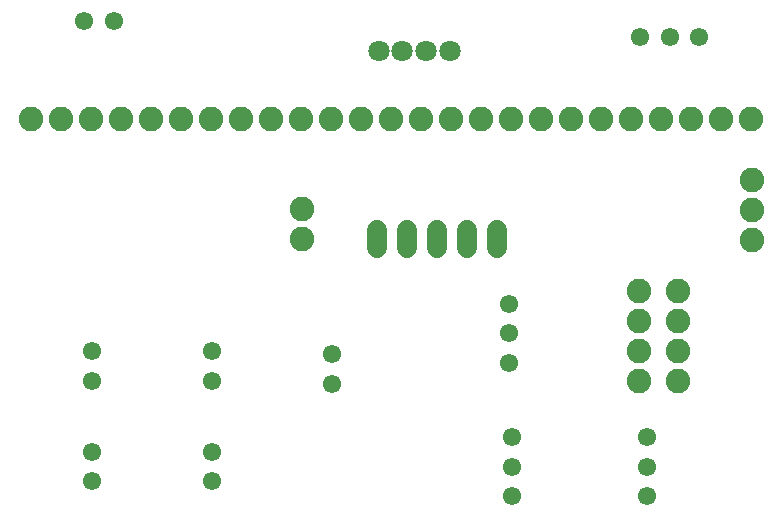
<source format=gbr>
G04 EAGLE Gerber RS-274X export*
G75*
%MOMM*%
%FSLAX34Y34*%
%LPD*%
%INSoldermask Bottom*%
%IPPOS*%
%AMOC8*
5,1,8,0,0,1.08239X$1,22.5*%
G01*
G04 Define Apertures*
%ADD10C,1.727200*%
%ADD11C,1.803200*%
%ADD12C,2.082800*%
%ADD13C,1.551200*%
D10*
X317500Y246380D02*
X317500Y261620D01*
X342900Y261620D02*
X342900Y246380D01*
X368300Y246380D02*
X368300Y261620D01*
X393700Y261620D02*
X393700Y246380D01*
X419100Y246380D02*
X419100Y261620D01*
D11*
X319250Y412750D03*
X339250Y412750D03*
X359250Y412750D03*
X379250Y412750D03*
D12*
X539750Y158750D03*
X539750Y133350D03*
X572770Y158750D03*
X572770Y133350D03*
X24692Y355600D03*
X50092Y355600D03*
X75492Y355600D03*
X100892Y355600D03*
X126292Y355600D03*
X151692Y355600D03*
X177092Y355600D03*
X202492Y355600D03*
X227892Y355600D03*
X253292Y355600D03*
X278692Y355600D03*
X304092Y355600D03*
X329492Y355600D03*
X354892Y355600D03*
X380292Y355600D03*
X405692Y355600D03*
X431092Y355600D03*
X456492Y355600D03*
X481892Y355600D03*
X507292Y355600D03*
X532692Y355600D03*
X558092Y355600D03*
X583492Y355600D03*
X608892Y355600D03*
X634292Y355600D03*
X635000Y252730D03*
X635000Y278130D03*
X635000Y303530D03*
X539750Y209550D03*
X539750Y184150D03*
X572770Y209550D03*
X572770Y184150D03*
X254000Y279400D03*
X254000Y254000D03*
D13*
X546100Y85950D03*
X546100Y60950D03*
X546100Y35950D03*
X429369Y199282D03*
X429412Y174282D03*
X429456Y149282D03*
X431800Y85950D03*
X431800Y60950D03*
X431800Y35950D03*
X590550Y425100D03*
X565550Y425100D03*
X540550Y425100D03*
X76200Y158750D03*
X76200Y133750D03*
X76200Y73650D03*
X76200Y48650D03*
X279400Y156200D03*
X279400Y131200D03*
X177800Y158750D03*
X177800Y133750D03*
X177800Y73650D03*
X177800Y48650D03*
X69850Y438150D03*
X94850Y438150D03*
M02*

</source>
